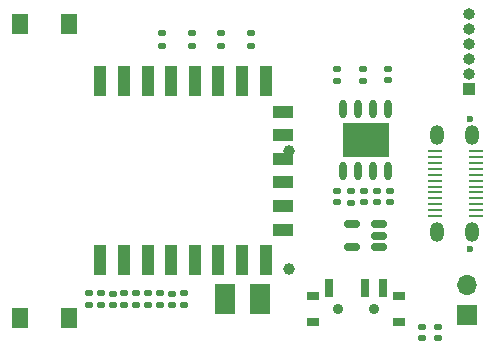
<source format=gbr>
%TF.GenerationSoftware,KiCad,Pcbnew,(6.0.0)*%
%TF.CreationDate,2022-02-04T16:42:34+08:00*%
%TF.ProjectId,screen,73637265-656e-42e6-9b69-6361645f7063,rev?*%
%TF.SameCoordinates,Original*%
%TF.FileFunction,Soldermask,Top*%
%TF.FilePolarity,Negative*%
%FSLAX46Y46*%
G04 Gerber Fmt 4.6, Leading zero omitted, Abs format (unit mm)*
G04 Created by KiCad (PCBNEW (6.0.0)) date 2022-02-04 16:42:34*
%MOMM*%
%LPD*%
G01*
G04 APERTURE LIST*
G04 Aperture macros list*
%AMRoundRect*
0 Rectangle with rounded corners*
0 $1 Rounding radius*
0 $2 $3 $4 $5 $6 $7 $8 $9 X,Y pos of 4 corners*
0 Add a 4 corners polygon primitive as box body*
4,1,4,$2,$3,$4,$5,$6,$7,$8,$9,$2,$3,0*
0 Add four circle primitives for the rounded corners*
1,1,$1+$1,$2,$3*
1,1,$1+$1,$4,$5*
1,1,$1+$1,$6,$7*
1,1,$1+$1,$8,$9*
0 Add four rect primitives between the rounded corners*
20,1,$1+$1,$2,$3,$4,$5,0*
20,1,$1+$1,$4,$5,$6,$7,0*
20,1,$1+$1,$6,$7,$8,$9,0*
20,1,$1+$1,$8,$9,$2,$3,0*%
G04 Aperture macros list end*
%ADD10RoundRect,0.140000X0.170000X-0.140000X0.170000X0.140000X-0.170000X0.140000X-0.170000X-0.140000X0*%
%ADD11RoundRect,0.135000X0.185000X-0.135000X0.185000X0.135000X-0.185000X0.135000X-0.185000X-0.135000X0*%
%ADD12R,4.000000X2.900000*%
%ADD13O,0.600000X1.600000*%
%ADD14RoundRect,0.135000X-0.185000X0.135000X-0.185000X-0.135000X0.185000X-0.135000X0.185000X0.135000X0*%
%ADD15C,0.600000*%
%ADD16R,1.150000X0.270000*%
%ADD17O,1.200000X1.700000*%
%ADD18R,1.000000X1.000000*%
%ADD19O,1.000000X1.000000*%
%ADD20RoundRect,0.147500X0.172500X-0.147500X0.172500X0.147500X-0.172500X0.147500X-0.172500X-0.147500X0*%
%ADD21R,1.800000X2.600000*%
%ADD22R,1.000000X0.800000*%
%ADD23C,0.900000*%
%ADD24R,0.700000X1.500000*%
%ADD25R,1.700000X1.700000*%
%ADD26O,1.700000X1.700000*%
%ADD27R,1.350000X1.800000*%
%ADD28R,1.000000X2.500000*%
%ADD29R,1.800000X1.000000*%
%ADD30RoundRect,0.150000X0.512500X0.150000X-0.512500X0.150000X-0.512500X-0.150000X0.512500X-0.150000X0*%
%ADD31RoundRect,0.147500X-0.172500X0.147500X-0.172500X-0.147500X0.172500X-0.147500X0.172500X0.147500X0*%
%ADD32C,1.000000*%
G04 APERTURE END LIST*
D10*
%TO.C,C7*%
X141080000Y-102380000D03*
X141080000Y-101420000D03*
%TD*%
D11*
%TO.C,R14*%
X139855000Y-92090000D03*
X139855000Y-91070000D03*
%TD*%
D12*
%TO.C,U2*%
X140100000Y-97100000D03*
D13*
X138195000Y-99700000D03*
X139465000Y-99700000D03*
X140735000Y-99700000D03*
X142005000Y-99700000D03*
X142005000Y-94500000D03*
X140735000Y-94500000D03*
X139465000Y-94500000D03*
X138195000Y-94500000D03*
%TD*%
D14*
%TO.C,R7*%
X117675000Y-110090000D03*
X117675000Y-111110000D03*
%TD*%
D15*
%TO.C,J1*%
X148920000Y-95300000D03*
X148920000Y-106300000D03*
D16*
X149445000Y-98050000D03*
X149445000Y-98550000D03*
X149445000Y-99050000D03*
X149445000Y-99550000D03*
X149445000Y-100050000D03*
X149445000Y-100550000D03*
X149445000Y-101050000D03*
X149445000Y-101550000D03*
X149445000Y-102050000D03*
X149445000Y-102550000D03*
X149445000Y-103050000D03*
X149445000Y-103550000D03*
X145945000Y-103550000D03*
X145945000Y-103050000D03*
X145945000Y-102550000D03*
X145945000Y-102050000D03*
X145945000Y-101550000D03*
X145945000Y-101050000D03*
X145945000Y-100550000D03*
X145945000Y-100050000D03*
X145945000Y-99550000D03*
X145945000Y-99050000D03*
X145945000Y-98550000D03*
X145945000Y-98050000D03*
D17*
X146150000Y-104899999D03*
X146150000Y-96700000D03*
X149090000Y-96700000D03*
X149090000Y-104899999D03*
%TD*%
D18*
%TO.C,J2*%
X148900000Y-92760000D03*
D19*
X148900000Y-91490000D03*
X148900000Y-90220000D03*
X148900000Y-88950000D03*
X148900000Y-87680000D03*
X148900000Y-86410000D03*
%TD*%
D20*
%TO.C,D2*%
X146250000Y-113885000D03*
X146250000Y-112915000D03*
%TD*%
D10*
%TO.C,C6*%
X142000000Y-92060000D03*
X142000000Y-91100000D03*
%TD*%
%TO.C,C2*%
X137700000Y-102380000D03*
X137700000Y-101420000D03*
%TD*%
D20*
%TO.C,D3*%
X144875000Y-113885000D03*
X144875000Y-112915000D03*
%TD*%
D10*
%TO.C,C5*%
X142200000Y-102380000D03*
X142200000Y-101420000D03*
%TD*%
D11*
%TO.C,R4*%
X122900000Y-89110000D03*
X122900000Y-88090000D03*
%TD*%
%TO.C,R9*%
X137700000Y-92090000D03*
X137700000Y-91070000D03*
%TD*%
%TO.C,R10*%
X122730000Y-111110000D03*
X122730000Y-110090000D03*
%TD*%
%TO.C,R2*%
X125400000Y-89110000D03*
X125400000Y-88090000D03*
%TD*%
D21*
%TO.C,C3*%
X131200000Y-110600000D03*
X128200000Y-110600000D03*
%TD*%
D11*
%TO.C,R5*%
X138830000Y-102410000D03*
X138830000Y-101390000D03*
%TD*%
D22*
%TO.C,SW3*%
X142950000Y-112530000D03*
D23*
X137800000Y-111430000D03*
D22*
X142950000Y-110320000D03*
X135650000Y-112530000D03*
D23*
X140800000Y-111430000D03*
D22*
X135650000Y-110320000D03*
D24*
X137050000Y-109670000D03*
X140050000Y-109670000D03*
X141550000Y-109670000D03*
%TD*%
D14*
%TO.C,R12*%
X121715000Y-110090000D03*
X121715000Y-111110000D03*
%TD*%
D25*
%TO.C,J3*%
X148650000Y-111900000D03*
D26*
X148650000Y-109360000D03*
%TD*%
D27*
%TO.C,SW1*%
X114975000Y-87300000D03*
X110825000Y-87300000D03*
%TD*%
D28*
%TO.C,U1*%
X117650000Y-107300000D03*
X119650000Y-107300000D03*
X121650000Y-107300000D03*
X123650000Y-107300000D03*
X125650000Y-107300000D03*
X127650000Y-107300000D03*
X129650000Y-107300000D03*
X131650000Y-107300000D03*
D29*
X133150000Y-104700000D03*
X133150000Y-102700000D03*
X133150000Y-100700000D03*
X133150000Y-98700000D03*
X133150000Y-96700000D03*
X133150000Y-94700000D03*
D28*
X131650000Y-92100000D03*
X129650000Y-92100000D03*
X127650000Y-92100000D03*
X125650000Y-92100000D03*
X123650000Y-92100000D03*
X121650000Y-92100000D03*
X119650000Y-92100000D03*
X117650000Y-92100000D03*
%TD*%
D11*
%TO.C,R3*%
X127900000Y-89110000D03*
X127900000Y-88090000D03*
%TD*%
D14*
%TO.C,R13*%
X120700000Y-110090000D03*
X120700000Y-111110000D03*
%TD*%
D27*
%TO.C,SW2*%
X114975000Y-112200000D03*
X110825000Y-112200000D03*
%TD*%
D11*
%TO.C,R1*%
X130400000Y-89110000D03*
X130400000Y-88090000D03*
%TD*%
D30*
%TO.C,U3*%
X141237500Y-106150000D03*
X141237500Y-105200000D03*
X141237500Y-104250000D03*
X138962500Y-104250000D03*
X138962500Y-106150000D03*
%TD*%
D10*
%TO.C,C4*%
X139960000Y-102380000D03*
X139960000Y-101420000D03*
%TD*%
D14*
%TO.C,R6*%
X124760000Y-110090000D03*
X124760000Y-111110000D03*
%TD*%
D31*
%TO.C,D1*%
X123745000Y-110115000D03*
X123745000Y-111085000D03*
%TD*%
D10*
%TO.C,C1*%
X118680000Y-111100000D03*
X118680000Y-110140000D03*
%TD*%
D11*
%TO.C,R8*%
X119685000Y-111110000D03*
X119685000Y-110090000D03*
%TD*%
D14*
%TO.C,R11*%
X116660000Y-110090000D03*
X116660000Y-111110000D03*
%TD*%
D32*
%TO.C,J4*%
X133585000Y-98000000D03*
X133585000Y-108000000D03*
%TD*%
M02*

</source>
